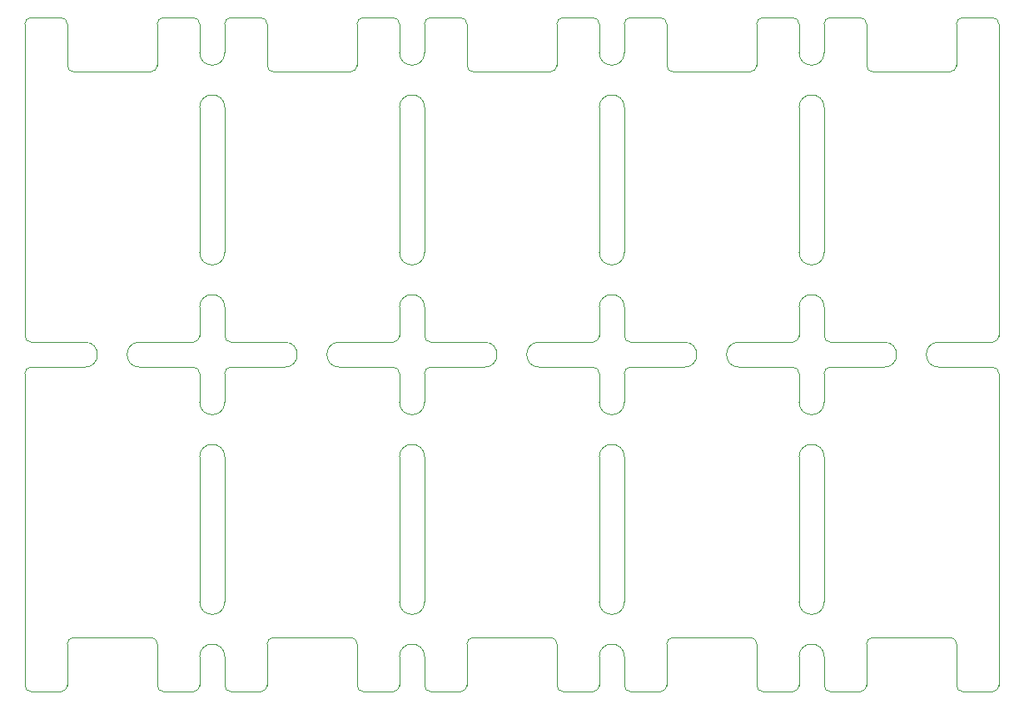
<source format=gbr>
G04 #@! TF.GenerationSoftware,KiCad,Pcbnew,(6.0.1)*
G04 #@! TF.CreationDate,2022-03-23T10:30:31+07:00*
G04 #@! TF.ProjectId,Kimiro,4b696d69-726f-42e6-9b69-6361645f7063,rev?*
G04 #@! TF.SameCoordinates,Original*
G04 #@! TF.FileFunction,Profile,NP*
%FSLAX46Y46*%
G04 Gerber Fmt 4.6, Leading zero omitted, Abs format (unit mm)*
G04 Created by KiCad (PCBNEW (6.0.1)) date 2022-03-23 10:30:31*
%MOMM*%
%LPD*%
G01*
G04 APERTURE LIST*
G04 #@! TA.AperFunction,Profile*
%ADD10C,0.100000*%
G04 #@! TD*
G04 #@! TA.AperFunction,Profile*
%ADD11C,0.120000*%
G04 #@! TD*
G04 APERTURE END LIST*
D10*
X70993000Y-101600000D02*
G75*
G03*
X71628000Y-100965000I1J634999D01*
G01*
X84455000Y-68580000D02*
X78978000Y-68580000D01*
X142367000Y-101600000D02*
X145415000Y-101600000D01*
X146050000Y-56912000D02*
X146050000Y-42148000D01*
X166370000Y-36592000D02*
X166370000Y-33655000D01*
X71628000Y-33655000D02*
G75*
G03*
X70993000Y-33020000I-634999J1D01*
G01*
X125730000Y-62468000D02*
X125730000Y-65405000D01*
X107950000Y-72152000D02*
X107950000Y-69215000D01*
X145415000Y-101600000D02*
G75*
G03*
X146050000Y-100965000I1J634999D01*
G01*
X125730000Y-56912000D02*
X125730000Y-42148000D01*
X107950000Y-98028000D02*
X107950000Y-100965000D01*
X146050000Y-72152000D02*
X146050000Y-69215000D01*
X85090000Y-77708000D02*
X85090000Y-92472000D01*
X105410000Y-100965000D02*
X105410000Y-98028000D01*
X152908000Y-33655000D02*
X152908000Y-37896800D01*
X161417000Y-38531800D02*
G75*
G03*
X162052000Y-37896800I1J634999D01*
G01*
X112268000Y-37896800D02*
G75*
G03*
X112903000Y-38531800I634999J-1D01*
G01*
X125730000Y-100965000D02*
X125730000Y-98028000D01*
X162687000Y-33020000D02*
G75*
G03*
X162052000Y-33655000I-1J-634999D01*
G01*
X125730000Y-69215000D02*
G75*
G03*
X125095000Y-68580000I-634999J1D01*
G01*
X80772000Y-96723200D02*
G75*
G03*
X80137000Y-96088200I-634999J1D01*
G01*
X125095000Y-66040000D02*
G75*
G03*
X125730000Y-65405000I1J634999D01*
G01*
X166370000Y-72152000D02*
X166370000Y-69215000D01*
X148590000Y-62468000D02*
X148590000Y-65405000D01*
X121412000Y-96723200D02*
G75*
G03*
X120777000Y-96088200I-634999J1D01*
G01*
X128270000Y-56912000D02*
X128270000Y-42148000D01*
X85090000Y-100965000D02*
X85090000Y-98028000D01*
X122047000Y-33020000D02*
G75*
G03*
X121412000Y-33655000I-1J-634999D01*
G01*
X105410000Y-56912000D02*
X105410000Y-42148000D01*
X125730000Y-77708000D02*
X125730000Y-92472000D01*
X128270000Y-72152000D02*
X128270000Y-69215000D01*
X108585000Y-68580000D02*
X114062000Y-68580000D01*
X122047000Y-33020000D02*
X125095000Y-33020000D01*
X67310000Y-65405000D02*
X67310000Y-33655000D01*
X80772000Y-100965000D02*
G75*
G03*
X81407000Y-101600000I634999J-1D01*
G01*
X152273000Y-101600000D02*
X149225000Y-101600000D01*
X121412000Y-33655000D02*
X121412000Y-37896800D01*
X148590000Y-56912000D02*
X148590000Y-42148000D01*
X112268000Y-33655000D02*
G75*
G03*
X111633000Y-33020000I-634999J1D01*
G01*
X107950000Y-100965000D02*
G75*
G03*
X108585000Y-101600000I634999J-1D01*
G01*
X112903000Y-38531800D02*
X120777000Y-38531800D01*
X84455000Y-66040000D02*
G75*
G03*
X85090000Y-65405000I1J634999D01*
G01*
X128905000Y-68580000D02*
G75*
G03*
X128270000Y-69215000I-1J-634999D01*
G01*
X84455000Y-101600000D02*
G75*
G03*
X85090000Y-100965000I1J634999D01*
G01*
X125095000Y-68580000D02*
X119618000Y-68580000D01*
X111633000Y-101600000D02*
X108585000Y-101600000D01*
X81407000Y-33020000D02*
X84455000Y-33020000D01*
X131953000Y-101600000D02*
X128905000Y-101600000D01*
X148590000Y-77708000D02*
X148590000Y-92472000D01*
X125095000Y-101600000D02*
G75*
G03*
X125730000Y-100965000I1J634999D01*
G01*
X85090000Y-56912000D02*
X85090000Y-42148000D01*
X128905000Y-33020000D02*
G75*
G03*
X128270000Y-33655000I-1J-634999D01*
G01*
X91313000Y-101600000D02*
X88265000Y-101600000D01*
X128905000Y-68580000D02*
X134382000Y-68580000D01*
X81407000Y-33020000D02*
G75*
G03*
X80772000Y-33655000I-1J-634999D01*
G01*
X141732000Y-33655000D02*
X141732000Y-37896800D01*
X162052000Y-96723200D02*
G75*
G03*
X161417000Y-96088200I-634999J1D01*
G01*
X153543000Y-38531800D02*
X161417000Y-38531800D01*
X67945000Y-68580000D02*
G75*
G03*
X67310000Y-69215000I-1J-634999D01*
G01*
X87630000Y-98028000D02*
X87630000Y-100965000D01*
X88265000Y-68580000D02*
G75*
G03*
X87630000Y-69215000I-1J-634999D01*
G01*
X162687000Y-101600000D02*
X165735000Y-101600000D01*
X152908000Y-37896800D02*
G75*
G03*
X153543000Y-38531800I634999J-1D01*
G01*
X141097000Y-96088200D02*
X133223000Y-96088200D01*
X165735000Y-101600000D02*
G75*
G03*
X166370000Y-100965000I1J634999D01*
G01*
X67310000Y-100965000D02*
G75*
G03*
X67945000Y-101600000I634999J-1D01*
G01*
X162052000Y-100965000D02*
X162052000Y-96723200D01*
X165735000Y-66040000D02*
X160258000Y-66040000D01*
X104775000Y-66040000D02*
G75*
G03*
X105410000Y-65405000I1J634999D01*
G01*
X145415000Y-66040000D02*
G75*
G03*
X146050000Y-65405000I1J634999D01*
G01*
X132588000Y-33655000D02*
G75*
G03*
X131953000Y-33020000I-634999J1D01*
G01*
X101727000Y-101600000D02*
X104775000Y-101600000D01*
X70993000Y-101600000D02*
X67945000Y-101600000D01*
X91948000Y-100965000D02*
X91948000Y-96723200D01*
X80772000Y-100965000D02*
X80772000Y-96723200D01*
X87630000Y-72152000D02*
X87630000Y-69215000D01*
X87630000Y-36592000D02*
X87630000Y-33655000D01*
X105410000Y-62468000D02*
X105410000Y-65405000D01*
X85090000Y-69215000D02*
G75*
G03*
X84455000Y-68580000I-634999J1D01*
G01*
X128905000Y-66040000D02*
X134382000Y-66040000D01*
X149225000Y-68580000D02*
G75*
G03*
X148590000Y-69215000I-1J-634999D01*
G01*
X128270000Y-98028000D02*
X128270000Y-100965000D01*
X122047000Y-101600000D02*
X125095000Y-101600000D01*
X162687000Y-33020000D02*
X165735000Y-33020000D01*
X165735000Y-68580000D02*
X160258000Y-68580000D01*
X67310000Y-98028000D02*
X67310000Y-100965000D01*
X132588000Y-33655000D02*
X132588000Y-37896800D01*
X166370000Y-62468000D02*
X166370000Y-36592000D01*
X121412000Y-100965000D02*
X121412000Y-96723200D01*
X105410000Y-72152000D02*
X105410000Y-69215000D01*
X120777000Y-96088200D02*
X112903000Y-96088200D01*
X145415000Y-66040000D02*
X139938000Y-66040000D01*
X101092000Y-100965000D02*
G75*
G03*
X101727000Y-101600000I634999J-1D01*
G01*
X67310000Y-72152000D02*
X67310000Y-98028000D01*
X148590000Y-98028000D02*
X148590000Y-100965000D01*
X112903000Y-96088200D02*
G75*
G03*
X112268000Y-96723200I-1J-634999D01*
G01*
X108585000Y-68580000D02*
G75*
G03*
X107950000Y-69215000I-1J-634999D01*
G01*
X146050000Y-100965000D02*
X146050000Y-98028000D01*
X80772000Y-33655000D02*
X80772000Y-37896800D01*
X80137000Y-38531800D02*
G75*
G03*
X80772000Y-37896800I1J634999D01*
G01*
X101092000Y-33655000D02*
X101092000Y-37896800D01*
X85090000Y-72152000D02*
X85090000Y-69215000D01*
X80137000Y-96088200D02*
X72263000Y-96088200D01*
X101727000Y-33020000D02*
G75*
G03*
X101092000Y-33655000I-1J-634999D01*
G01*
X128270000Y-65405000D02*
G75*
G03*
X128905000Y-66040000I634999J-1D01*
G01*
X152908000Y-33655000D02*
G75*
G03*
X152273000Y-33020000I-634999J1D01*
G01*
X152273000Y-101600000D02*
G75*
G03*
X152908000Y-100965000I1J634999D01*
G01*
X166370000Y-100965000D02*
X166370000Y-98028000D01*
X111633000Y-101600000D02*
G75*
G03*
X112268000Y-100965000I1J634999D01*
G01*
X111633000Y-33020000D02*
X108585000Y-33020000D01*
X131953000Y-33020000D02*
X128905000Y-33020000D01*
X107950000Y-62468000D02*
X107950000Y-65405000D01*
X128270000Y-77708000D02*
X128270000Y-92472000D01*
X125095000Y-66040000D02*
X119618000Y-66040000D01*
X91948000Y-37896800D02*
G75*
G03*
X92583000Y-38531800I634999J-1D01*
G01*
X108585000Y-66040000D02*
X114062000Y-66040000D01*
X148590000Y-65405000D02*
G75*
G03*
X149225000Y-66040000I634999J-1D01*
G01*
X142367000Y-33020000D02*
X145415000Y-33020000D01*
X85090000Y-62468000D02*
X85090000Y-65405000D01*
X91948000Y-33655000D02*
X91948000Y-37896800D01*
X81407000Y-101600000D02*
X84455000Y-101600000D01*
X125730000Y-33655000D02*
G75*
G03*
X125095000Y-33020000I-634999J1D01*
G01*
X166370000Y-62468000D02*
X166370000Y-65405000D01*
X87630000Y-56912000D02*
X87630000Y-42148000D01*
X104775000Y-68580000D02*
X99298000Y-68580000D01*
X105410000Y-36592000D02*
X105410000Y-33655000D01*
X101092000Y-96723200D02*
G75*
G03*
X100457000Y-96088200I-634999J1D01*
G01*
X87630000Y-100965000D02*
G75*
G03*
X88265000Y-101600000I634999J-1D01*
G01*
X162052000Y-100965000D02*
G75*
G03*
X162687000Y-101600000I634999J-1D01*
G01*
X92583000Y-38531800D02*
X100457000Y-38531800D01*
X72263000Y-96088200D02*
G75*
G03*
X71628000Y-96723200I-1J-634999D01*
G01*
X148590000Y-36592000D02*
X148590000Y-33655000D01*
X67945000Y-66040000D02*
X73422000Y-66040000D01*
X149225000Y-68580000D02*
X154702000Y-68580000D01*
X149225000Y-66040000D02*
X154702000Y-66040000D01*
X125730000Y-72152000D02*
X125730000Y-69215000D01*
X91948000Y-33655000D02*
G75*
G03*
X91313000Y-33020000I-634999J1D01*
G01*
X88265000Y-66040000D02*
X93742000Y-66040000D01*
X100457000Y-96088200D02*
X92583000Y-96088200D01*
X87630000Y-62468000D02*
X87630000Y-65405000D01*
X67310000Y-72152000D02*
X67310000Y-69215000D01*
X72263000Y-38531800D02*
X80137000Y-38531800D01*
X146050000Y-36592000D02*
X146050000Y-33655000D01*
X141732000Y-100965000D02*
X141732000Y-96723200D01*
X141097000Y-38531800D02*
G75*
G03*
X141732000Y-37896800I1J634999D01*
G01*
X87630000Y-65405000D02*
G75*
G03*
X88265000Y-66040000I634999J-1D01*
G01*
X125730000Y-36592000D02*
X125730000Y-33655000D01*
X70993000Y-33020000D02*
X67945000Y-33020000D01*
X149225000Y-33020000D02*
G75*
G03*
X148590000Y-33655000I-1J-634999D01*
G01*
X67945000Y-33020000D02*
G75*
G03*
X67310000Y-33655000I-1J-634999D01*
G01*
X152908000Y-100965000D02*
X152908000Y-96723200D01*
X142367000Y-33020000D02*
G75*
G03*
X141732000Y-33655000I-1J-634999D01*
G01*
X131953000Y-101600000D02*
G75*
G03*
X132588000Y-100965000I1J634999D01*
G01*
X107950000Y-77708000D02*
X107950000Y-92472000D01*
X92583000Y-96088200D02*
G75*
G03*
X91948000Y-96723200I-1J-634999D01*
G01*
X67945000Y-68580000D02*
X73422000Y-68580000D01*
X133223000Y-38531800D02*
X141097000Y-38531800D01*
X104775000Y-101600000D02*
G75*
G03*
X105410000Y-100965000I1J634999D01*
G01*
X133223000Y-96088200D02*
G75*
G03*
X132588000Y-96723200I-1J-634999D01*
G01*
X141732000Y-96723200D02*
G75*
G03*
X141097000Y-96088200I-634999J1D01*
G01*
X71628000Y-37896800D02*
G75*
G03*
X72263000Y-38531800I634999J-1D01*
G01*
X145415000Y-68580000D02*
X139938000Y-68580000D01*
X121412000Y-100965000D02*
G75*
G03*
X122047000Y-101600000I634999J-1D01*
G01*
X148590000Y-72152000D02*
X148590000Y-69215000D01*
X105410000Y-69215000D02*
G75*
G03*
X104775000Y-68580000I-634999J1D01*
G01*
X112268000Y-33655000D02*
X112268000Y-37896800D01*
X146050000Y-62468000D02*
X146050000Y-65405000D01*
X107950000Y-36592000D02*
X107950000Y-33655000D01*
X132588000Y-100965000D02*
X132588000Y-96723200D01*
X128270000Y-100965000D02*
G75*
G03*
X128905000Y-101600000I634999J-1D01*
G01*
X161417000Y-96088200D02*
X153543000Y-96088200D01*
X166370000Y-33655000D02*
G75*
G03*
X165735000Y-33020000I-634999J1D01*
G01*
X128270000Y-36592000D02*
X128270000Y-33655000D01*
X146050000Y-69215000D02*
G75*
G03*
X145415000Y-68580000I-634999J1D01*
G01*
X88265000Y-68580000D02*
X93742000Y-68580000D01*
X162052000Y-33655000D02*
X162052000Y-37896800D01*
X112268000Y-100965000D02*
X112268000Y-96723200D01*
X71628000Y-33655000D02*
X71628000Y-37896800D01*
X148590000Y-100965000D02*
G75*
G03*
X149225000Y-101600000I634999J-1D01*
G01*
X101727000Y-33020000D02*
X104775000Y-33020000D01*
X85090000Y-33655000D02*
G75*
G03*
X84455000Y-33020000I-634999J1D01*
G01*
X153543000Y-96088200D02*
G75*
G03*
X152908000Y-96723200I-1J-634999D01*
G01*
X146050000Y-77708000D02*
X146050000Y-92472000D01*
X105410000Y-33655000D02*
G75*
G03*
X104775000Y-33020000I-634999J1D01*
G01*
X71628000Y-100965000D02*
X71628000Y-96723200D01*
X141732000Y-100965000D02*
G75*
G03*
X142367000Y-101600000I634999J-1D01*
G01*
X87630000Y-77708000D02*
X87630000Y-92472000D01*
X107950000Y-65405000D02*
G75*
G03*
X108585000Y-66040000I634999J-1D01*
G01*
X146050000Y-33655000D02*
G75*
G03*
X145415000Y-33020000I-634999J1D01*
G01*
X104775000Y-66040000D02*
X99298000Y-66040000D01*
X108585000Y-33020000D02*
G75*
G03*
X107950000Y-33655000I-1J-634999D01*
G01*
X132588000Y-37896800D02*
G75*
G03*
X133223000Y-38531800I634999J-1D01*
G01*
X166370000Y-69215000D02*
G75*
G03*
X165735000Y-68580000I-634999J1D01*
G01*
X67310000Y-65405000D02*
G75*
G03*
X67945000Y-66040000I634999J-1D01*
G01*
X120777000Y-38531800D02*
G75*
G03*
X121412000Y-37896800I1J634999D01*
G01*
X152273000Y-33020000D02*
X149225000Y-33020000D01*
X105410000Y-77708000D02*
X105410000Y-92472000D01*
X91313000Y-33020000D02*
X88265000Y-33020000D01*
X85090000Y-36592000D02*
X85090000Y-33655000D01*
X84455000Y-66040000D02*
X78978000Y-66040000D01*
X91313000Y-101600000D02*
G75*
G03*
X91948000Y-100965000I1J634999D01*
G01*
X166370000Y-72152000D02*
X166370000Y-98028000D01*
X100457000Y-38531800D02*
G75*
G03*
X101092000Y-37896800I1J634999D01*
G01*
X128270000Y-62468000D02*
X128270000Y-65405000D01*
X101092000Y-100965000D02*
X101092000Y-96723200D01*
X165735000Y-66040000D02*
G75*
G03*
X166370000Y-65405000I1J634999D01*
G01*
X88265000Y-33020000D02*
G75*
G03*
X87630000Y-33655000I-1J-634999D01*
G01*
X107950000Y-56912000D02*
X107950000Y-42148000D01*
D11*
X148590000Y-42148000D02*
G75*
G03*
X146050000Y-42148000I-1270000J0D01*
G01*
X146050000Y-36592000D02*
G75*
G03*
X148590000Y-36592000I1270000J0D01*
G01*
X119618000Y-66040000D02*
G75*
G03*
X119618000Y-68580000I0J-1270000D01*
G01*
X114062000Y-68580000D02*
G75*
G03*
X114062000Y-66040000I0J1270000D01*
G01*
X125730000Y-92472000D02*
G75*
G03*
X128270000Y-92472000I1270000J0D01*
G01*
X128270000Y-98028000D02*
G75*
G03*
X125730000Y-98028000I-1270000J0D01*
G01*
X128270000Y-77708000D02*
G75*
G03*
X125730000Y-77708000I-1270000J0D01*
G01*
X125730000Y-72152000D02*
G75*
G03*
X128270000Y-72152000I1270000J0D01*
G01*
X105410000Y-36592000D02*
G75*
G03*
X107950000Y-36592000I1270000J0D01*
G01*
X107950000Y-42148000D02*
G75*
G03*
X105410000Y-42148000I-1270000J0D01*
G01*
X134382000Y-68580000D02*
G75*
G03*
X134382000Y-66040000I0J1270000D01*
G01*
X139938000Y-66040000D02*
G75*
G03*
X139938000Y-68580000I0J-1270000D01*
G01*
X107950000Y-77708000D02*
G75*
G03*
X105410000Y-77708000I-1270000J0D01*
G01*
X105410000Y-72152000D02*
G75*
G03*
X107950000Y-72152000I1270000J0D01*
G01*
X85090000Y-72152000D02*
G75*
G03*
X87630000Y-72152000I1270000J0D01*
G01*
X87630000Y-77708000D02*
G75*
G03*
X85090000Y-77708000I-1270000J0D01*
G01*
X107950000Y-62468000D02*
G75*
G03*
X105410000Y-62468000I-1270000J0D01*
G01*
X105410000Y-56912000D02*
G75*
G03*
X107950000Y-56912000I1270000J0D01*
G01*
X87630000Y-98028000D02*
G75*
G03*
X85090000Y-98028000I-1270000J0D01*
G01*
X85090000Y-92472000D02*
G75*
G03*
X87630000Y-92472000I1270000J0D01*
G01*
X107950000Y-98028000D02*
G75*
G03*
X105410000Y-98028000I-1270000J0D01*
G01*
X105410000Y-92472000D02*
G75*
G03*
X107950000Y-92472000I1270000J0D01*
G01*
X146050000Y-56912000D02*
G75*
G03*
X148590000Y-56912000I1270000J0D01*
G01*
X148590000Y-62468000D02*
G75*
G03*
X146050000Y-62468000I-1270000J0D01*
G01*
X93742000Y-68580000D02*
G75*
G03*
X93742000Y-66040000I0J1270000D01*
G01*
X99298000Y-66040000D02*
G75*
G03*
X99298000Y-68580000I0J-1270000D01*
G01*
X160258000Y-66040000D02*
G75*
G03*
X160258000Y-68580000I0J-1270000D01*
G01*
X154702000Y-68580000D02*
G75*
G03*
X154702000Y-66040000I0J1270000D01*
G01*
X87630000Y-62468000D02*
G75*
G03*
X85090000Y-62468000I-1270000J0D01*
G01*
X85090000Y-56912000D02*
G75*
G03*
X87630000Y-56912000I1270000J0D01*
G01*
X125730000Y-56912000D02*
G75*
G03*
X128270000Y-56912000I1270000J0D01*
G01*
X128270000Y-62468000D02*
G75*
G03*
X125730000Y-62468000I-1270000J0D01*
G01*
X148590000Y-98028000D02*
G75*
G03*
X146050000Y-98028000I-1270000J0D01*
G01*
X146050000Y-92472000D02*
G75*
G03*
X148590000Y-92472000I1270000J0D01*
G01*
X146050000Y-72152000D02*
G75*
G03*
X148590000Y-72152000I1270000J0D01*
G01*
X148590000Y-77708000D02*
G75*
G03*
X146050000Y-77708000I-1270000J0D01*
G01*
X85090000Y-36592000D02*
G75*
G03*
X87630000Y-36592000I1270000J0D01*
G01*
X87630000Y-42148000D02*
G75*
G03*
X85090000Y-42148000I-1270000J0D01*
G01*
X125730000Y-36592000D02*
G75*
G03*
X128270000Y-36592000I1270000J0D01*
G01*
X128270000Y-42148000D02*
G75*
G03*
X125730000Y-42148000I-1270000J0D01*
G01*
X73422000Y-68580000D02*
G75*
G03*
X73422000Y-66040000I0J1270000D01*
G01*
X78978000Y-66040000D02*
G75*
G03*
X78978000Y-68580000I0J-1270000D01*
G01*
M02*

</source>
